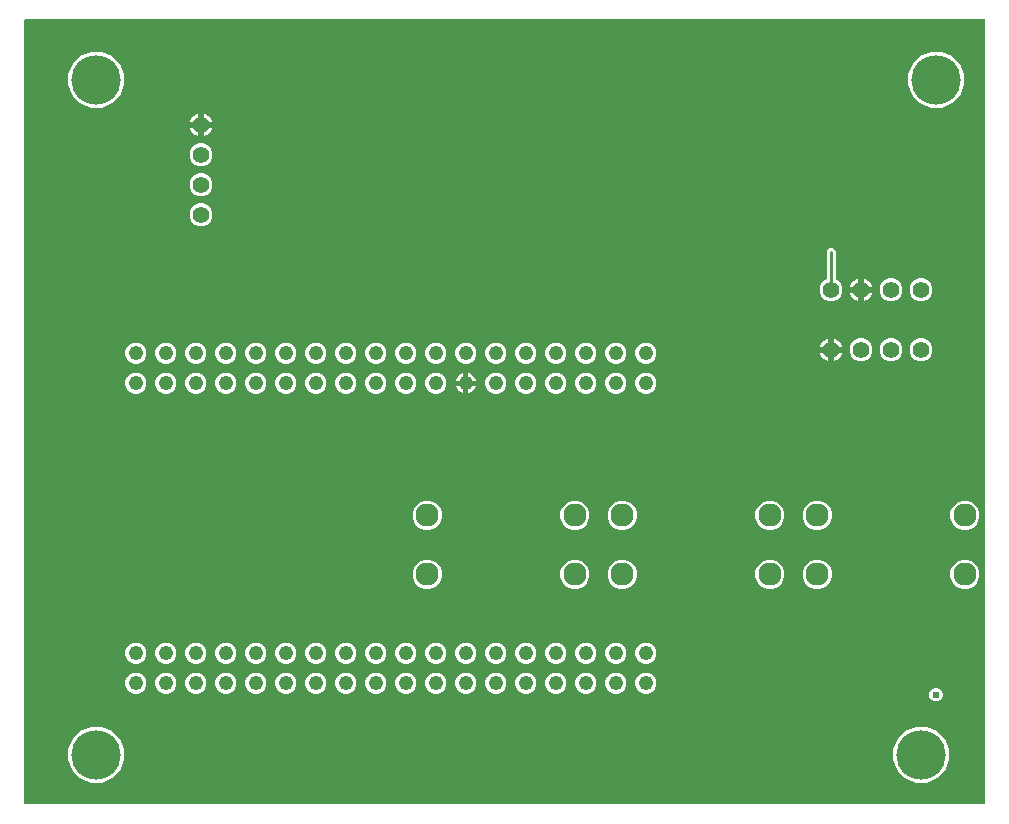
<source format=gbr>
G04 EAGLE Gerber RS-274X export*
G75*
%MOMM*%
%FSLAX34Y34*%
%LPD*%
%INCopper Layer 15*%
%IPPOS*%
%AMOC8*
5,1,8,0,0,1.08239X$1,22.5*%
G01*
%ADD10C,4.191000*%
%ADD11C,1.960000*%
%ADD12C,1.244600*%
%ADD13C,1.422400*%
%ADD14C,0.609600*%
%ADD15C,0.254000*%

G36*
X815258Y2556D02*
X815258Y2556D01*
X815377Y2563D01*
X815415Y2576D01*
X815456Y2581D01*
X815566Y2624D01*
X815679Y2661D01*
X815714Y2683D01*
X815751Y2698D01*
X815847Y2767D01*
X815948Y2831D01*
X815976Y2861D01*
X816009Y2884D01*
X816085Y2976D01*
X816166Y3063D01*
X816186Y3098D01*
X816211Y3129D01*
X816262Y3237D01*
X816320Y3341D01*
X816330Y3381D01*
X816347Y3417D01*
X816369Y3534D01*
X816399Y3649D01*
X816403Y3709D01*
X816407Y3729D01*
X816405Y3750D01*
X816409Y3810D01*
X816409Y665990D01*
X816394Y666108D01*
X816387Y666227D01*
X816374Y666265D01*
X816369Y666306D01*
X816326Y666416D01*
X816289Y666529D01*
X816267Y666564D01*
X816252Y666601D01*
X816183Y666697D01*
X816119Y666798D01*
X816089Y666826D01*
X816066Y666859D01*
X815974Y666935D01*
X815887Y667016D01*
X815852Y667036D01*
X815821Y667061D01*
X815713Y667112D01*
X815609Y667170D01*
X815569Y667180D01*
X815533Y667197D01*
X815416Y667219D01*
X815301Y667249D01*
X815241Y667253D01*
X815221Y667257D01*
X815200Y667255D01*
X815140Y667259D01*
X3810Y667259D01*
X3692Y667244D01*
X3573Y667237D01*
X3535Y667224D01*
X3494Y667219D01*
X3384Y667176D01*
X3271Y667139D01*
X3236Y667117D01*
X3199Y667102D01*
X3103Y667033D01*
X3002Y666969D01*
X2974Y666939D01*
X2941Y666916D01*
X2865Y666824D01*
X2784Y666737D01*
X2764Y666702D01*
X2739Y666671D01*
X2688Y666563D01*
X2630Y666459D01*
X2620Y666419D01*
X2603Y666383D01*
X2581Y666266D01*
X2551Y666151D01*
X2547Y666091D01*
X2543Y666071D01*
X2545Y666050D01*
X2541Y665990D01*
X2541Y3810D01*
X2556Y3692D01*
X2563Y3573D01*
X2576Y3535D01*
X2581Y3494D01*
X2624Y3384D01*
X2661Y3271D01*
X2683Y3236D01*
X2698Y3199D01*
X2767Y3103D01*
X2831Y3002D01*
X2861Y2974D01*
X2884Y2941D01*
X2976Y2865D01*
X3063Y2784D01*
X3098Y2764D01*
X3129Y2739D01*
X3237Y2688D01*
X3341Y2630D01*
X3381Y2620D01*
X3417Y2603D01*
X3534Y2581D01*
X3649Y2551D01*
X3709Y2547D01*
X3729Y2543D01*
X3750Y2545D01*
X3810Y2541D01*
X815140Y2541D01*
X815258Y2556D01*
G37*
%LPC*%
G36*
X770026Y592454D02*
X770026Y592454D01*
X761391Y596031D01*
X754781Y602641D01*
X751204Y611276D01*
X751204Y620624D01*
X754781Y629259D01*
X761391Y635869D01*
X770026Y639446D01*
X779374Y639446D01*
X788009Y635869D01*
X794619Y629259D01*
X798196Y620624D01*
X798196Y611276D01*
X794619Y602641D01*
X788009Y596031D01*
X779374Y592454D01*
X770026Y592454D01*
G37*
%LPD*%
%LPC*%
G36*
X58826Y592454D02*
X58826Y592454D01*
X50191Y596031D01*
X43581Y602641D01*
X40004Y611276D01*
X40004Y620624D01*
X43581Y629259D01*
X50191Y635869D01*
X58826Y639446D01*
X68174Y639446D01*
X76809Y635869D01*
X83419Y629259D01*
X86996Y620624D01*
X86996Y611276D01*
X83419Y602641D01*
X76809Y596031D01*
X68174Y592454D01*
X58826Y592454D01*
G37*
%LPD*%
%LPC*%
G36*
X757326Y20954D02*
X757326Y20954D01*
X748691Y24531D01*
X742081Y31141D01*
X738504Y39776D01*
X738504Y49124D01*
X742081Y57759D01*
X748691Y64369D01*
X757326Y67946D01*
X766674Y67946D01*
X775309Y64369D01*
X781919Y57759D01*
X785496Y49124D01*
X785496Y39776D01*
X781919Y31141D01*
X775309Y24531D01*
X766674Y20954D01*
X757326Y20954D01*
G37*
%LPD*%
%LPC*%
G36*
X58826Y20954D02*
X58826Y20954D01*
X50191Y24531D01*
X43581Y31141D01*
X40004Y39776D01*
X40004Y49124D01*
X43581Y57759D01*
X50191Y64369D01*
X58826Y67946D01*
X68174Y67946D01*
X76809Y64369D01*
X83419Y57759D01*
X86996Y49124D01*
X86996Y39776D01*
X83419Y31141D01*
X76809Y24531D01*
X68174Y20954D01*
X58826Y20954D01*
G37*
%LPD*%
%LPC*%
G36*
X683880Y428497D02*
X683880Y428497D01*
X680332Y429967D01*
X677617Y432682D01*
X676147Y436230D01*
X676147Y440070D01*
X677617Y443618D01*
X680332Y446333D01*
X681206Y446695D01*
X681231Y446710D01*
X681259Y446719D01*
X681369Y446788D01*
X681482Y446853D01*
X681503Y446873D01*
X681528Y446889D01*
X681617Y446983D01*
X681710Y447074D01*
X681726Y447099D01*
X681746Y447121D01*
X681809Y447234D01*
X681877Y447345D01*
X681885Y447373D01*
X681900Y447399D01*
X681932Y447525D01*
X681970Y447649D01*
X681972Y447678D01*
X681979Y447707D01*
X681989Y447868D01*
X681989Y471478D01*
X684222Y473711D01*
X687378Y473711D01*
X689611Y471478D01*
X689611Y447868D01*
X689614Y447838D01*
X689612Y447809D01*
X689634Y447681D01*
X689651Y447552D01*
X689661Y447525D01*
X689666Y447496D01*
X689720Y447377D01*
X689768Y447256D01*
X689785Y447233D01*
X689797Y447206D01*
X689878Y447104D01*
X689954Y446999D01*
X689977Y446980D01*
X689996Y446957D01*
X690099Y446879D01*
X690199Y446796D01*
X690226Y446784D01*
X690250Y446766D01*
X690394Y446695D01*
X691268Y446333D01*
X693983Y443618D01*
X695453Y440070D01*
X695453Y436230D01*
X693983Y432682D01*
X691268Y429967D01*
X687720Y428497D01*
X683880Y428497D01*
G37*
%LPD*%
%LPC*%
G36*
X631545Y234909D02*
X631545Y234909D01*
X627010Y236788D01*
X623538Y240260D01*
X621659Y244795D01*
X621659Y249705D01*
X623538Y254240D01*
X627010Y257712D01*
X631545Y259591D01*
X636455Y259591D01*
X640990Y257712D01*
X644462Y254240D01*
X646341Y249705D01*
X646341Y244795D01*
X644462Y240260D01*
X640990Y236788D01*
X636455Y234909D01*
X631545Y234909D01*
G37*
%LPD*%
%LPC*%
G36*
X341445Y184909D02*
X341445Y184909D01*
X336910Y186788D01*
X333438Y190260D01*
X331559Y194795D01*
X331559Y199705D01*
X333438Y204240D01*
X336910Y207712D01*
X341445Y209591D01*
X346355Y209591D01*
X350890Y207712D01*
X354362Y204240D01*
X356241Y199705D01*
X356241Y194795D01*
X354362Y190260D01*
X350890Y186788D01*
X346355Y184909D01*
X341445Y184909D01*
G37*
%LPD*%
%LPC*%
G36*
X466445Y184909D02*
X466445Y184909D01*
X461910Y186788D01*
X458438Y190260D01*
X456559Y194795D01*
X456559Y199705D01*
X458438Y204240D01*
X461910Y207712D01*
X466445Y209591D01*
X471355Y209591D01*
X475890Y207712D01*
X479362Y204240D01*
X481241Y199705D01*
X481241Y194795D01*
X479362Y190260D01*
X475890Y186788D01*
X471355Y184909D01*
X466445Y184909D01*
G37*
%LPD*%
%LPC*%
G36*
X671645Y234909D02*
X671645Y234909D01*
X667110Y236788D01*
X663638Y240260D01*
X661759Y244795D01*
X661759Y249705D01*
X663638Y254240D01*
X667110Y257712D01*
X671645Y259591D01*
X676555Y259591D01*
X681090Y257712D01*
X684562Y254240D01*
X686441Y249705D01*
X686441Y244795D01*
X684562Y240260D01*
X681090Y236788D01*
X676555Y234909D01*
X671645Y234909D01*
G37*
%LPD*%
%LPC*%
G36*
X671645Y184909D02*
X671645Y184909D01*
X667110Y186788D01*
X663638Y190260D01*
X661759Y194795D01*
X661759Y199705D01*
X663638Y204240D01*
X667110Y207712D01*
X671645Y209591D01*
X676555Y209591D01*
X681090Y207712D01*
X684562Y204240D01*
X686441Y199705D01*
X686441Y194795D01*
X684562Y190260D01*
X681090Y186788D01*
X676555Y184909D01*
X671645Y184909D01*
G37*
%LPD*%
%LPC*%
G36*
X796645Y184909D02*
X796645Y184909D01*
X792110Y186788D01*
X788638Y190260D01*
X786759Y194795D01*
X786759Y199705D01*
X788638Y204240D01*
X792110Y207712D01*
X796645Y209591D01*
X801555Y209591D01*
X806090Y207712D01*
X809562Y204240D01*
X811441Y199705D01*
X811441Y194795D01*
X809562Y190260D01*
X806090Y186788D01*
X801555Y184909D01*
X796645Y184909D01*
G37*
%LPD*%
%LPC*%
G36*
X506545Y184909D02*
X506545Y184909D01*
X502010Y186788D01*
X498538Y190260D01*
X496659Y194795D01*
X496659Y199705D01*
X498538Y204240D01*
X502010Y207712D01*
X506545Y209591D01*
X511455Y209591D01*
X515990Y207712D01*
X519462Y204240D01*
X521341Y199705D01*
X521341Y194795D01*
X519462Y190260D01*
X515990Y186788D01*
X511455Y184909D01*
X506545Y184909D01*
G37*
%LPD*%
%LPC*%
G36*
X341445Y234909D02*
X341445Y234909D01*
X336910Y236788D01*
X333438Y240260D01*
X331559Y244795D01*
X331559Y249705D01*
X333438Y254240D01*
X336910Y257712D01*
X341445Y259591D01*
X346355Y259591D01*
X350890Y257712D01*
X354362Y254240D01*
X356241Y249705D01*
X356241Y244795D01*
X354362Y240260D01*
X350890Y236788D01*
X346355Y234909D01*
X341445Y234909D01*
G37*
%LPD*%
%LPC*%
G36*
X466445Y234909D02*
X466445Y234909D01*
X461910Y236788D01*
X458438Y240260D01*
X456559Y244795D01*
X456559Y249705D01*
X458438Y254240D01*
X461910Y257712D01*
X466445Y259591D01*
X471355Y259591D01*
X475890Y257712D01*
X479362Y254240D01*
X481241Y249705D01*
X481241Y244795D01*
X479362Y240260D01*
X475890Y236788D01*
X471355Y234909D01*
X466445Y234909D01*
G37*
%LPD*%
%LPC*%
G36*
X506545Y234909D02*
X506545Y234909D01*
X502010Y236788D01*
X498538Y240260D01*
X496659Y244795D01*
X496659Y249705D01*
X498538Y254240D01*
X502010Y257712D01*
X506545Y259591D01*
X511455Y259591D01*
X515990Y257712D01*
X519462Y254240D01*
X521341Y249705D01*
X521341Y244795D01*
X519462Y240260D01*
X515990Y236788D01*
X511455Y234909D01*
X506545Y234909D01*
G37*
%LPD*%
%LPC*%
G36*
X796645Y234909D02*
X796645Y234909D01*
X792110Y236788D01*
X788638Y240260D01*
X786759Y244795D01*
X786759Y249705D01*
X788638Y254240D01*
X792110Y257712D01*
X796645Y259591D01*
X801555Y259591D01*
X806090Y257712D01*
X809562Y254240D01*
X811441Y249705D01*
X811441Y244795D01*
X809562Y240260D01*
X806090Y236788D01*
X801555Y234909D01*
X796645Y234909D01*
G37*
%LPD*%
%LPC*%
G36*
X631545Y184909D02*
X631545Y184909D01*
X627010Y186788D01*
X623538Y190260D01*
X621659Y194795D01*
X621659Y199705D01*
X623538Y204240D01*
X627010Y207712D01*
X631545Y209591D01*
X636455Y209591D01*
X640990Y207712D01*
X644462Y204240D01*
X646341Y199705D01*
X646341Y194795D01*
X644462Y190260D01*
X640990Y186788D01*
X636455Y184909D01*
X631545Y184909D01*
G37*
%LPD*%
%LPC*%
G36*
X150480Y542797D02*
X150480Y542797D01*
X146932Y544267D01*
X144217Y546982D01*
X142747Y550530D01*
X142747Y554370D01*
X144217Y557918D01*
X146932Y560633D01*
X150480Y562103D01*
X154320Y562103D01*
X157868Y560633D01*
X160583Y557918D01*
X162053Y554370D01*
X162053Y550530D01*
X160583Y546982D01*
X157868Y544267D01*
X154320Y542797D01*
X150480Y542797D01*
G37*
%LPD*%
%LPC*%
G36*
X150480Y517397D02*
X150480Y517397D01*
X146932Y518867D01*
X144217Y521582D01*
X142747Y525130D01*
X142747Y528970D01*
X144217Y532518D01*
X146932Y535233D01*
X150480Y536703D01*
X154320Y536703D01*
X157868Y535233D01*
X160583Y532518D01*
X162053Y528970D01*
X162053Y525130D01*
X160583Y521582D01*
X157868Y518867D01*
X154320Y517397D01*
X150480Y517397D01*
G37*
%LPD*%
%LPC*%
G36*
X150480Y491997D02*
X150480Y491997D01*
X146932Y493467D01*
X144217Y496182D01*
X142747Y499730D01*
X142747Y503570D01*
X144217Y507118D01*
X146932Y509833D01*
X150480Y511303D01*
X154320Y511303D01*
X157868Y509833D01*
X160583Y507118D01*
X162053Y503570D01*
X162053Y499730D01*
X160583Y496182D01*
X157868Y493467D01*
X154320Y491997D01*
X150480Y491997D01*
G37*
%LPD*%
%LPC*%
G36*
X760080Y428497D02*
X760080Y428497D01*
X756532Y429967D01*
X753817Y432682D01*
X752347Y436230D01*
X752347Y440070D01*
X753817Y443618D01*
X756532Y446333D01*
X760080Y447803D01*
X763920Y447803D01*
X767468Y446333D01*
X770183Y443618D01*
X771653Y440070D01*
X771653Y436230D01*
X770183Y432682D01*
X767468Y429967D01*
X763920Y428497D01*
X760080Y428497D01*
G37*
%LPD*%
%LPC*%
G36*
X734680Y428497D02*
X734680Y428497D01*
X731132Y429967D01*
X728417Y432682D01*
X726947Y436230D01*
X726947Y440070D01*
X728417Y443618D01*
X731132Y446333D01*
X734680Y447803D01*
X738520Y447803D01*
X742068Y446333D01*
X744783Y443618D01*
X746253Y440070D01*
X746253Y436230D01*
X744783Y432682D01*
X742068Y429967D01*
X738520Y428497D01*
X734680Y428497D01*
G37*
%LPD*%
%LPC*%
G36*
X734680Y377697D02*
X734680Y377697D01*
X731132Y379167D01*
X728417Y381882D01*
X726947Y385430D01*
X726947Y389270D01*
X728417Y392818D01*
X731132Y395533D01*
X734680Y397003D01*
X738520Y397003D01*
X742068Y395533D01*
X744783Y392818D01*
X746253Y389270D01*
X746253Y385430D01*
X744783Y381882D01*
X742068Y379167D01*
X738520Y377697D01*
X734680Y377697D01*
G37*
%LPD*%
%LPC*%
G36*
X709280Y377697D02*
X709280Y377697D01*
X705732Y379167D01*
X703017Y381882D01*
X701547Y385430D01*
X701547Y389270D01*
X703017Y392818D01*
X705732Y395533D01*
X709280Y397003D01*
X713120Y397003D01*
X716668Y395533D01*
X719383Y392818D01*
X720853Y389270D01*
X720853Y385430D01*
X719383Y381882D01*
X716668Y379167D01*
X713120Y377697D01*
X709280Y377697D01*
G37*
%LPD*%
%LPC*%
G36*
X760080Y377697D02*
X760080Y377697D01*
X756532Y379167D01*
X753817Y381882D01*
X752347Y385430D01*
X752347Y389270D01*
X753817Y392818D01*
X756532Y395533D01*
X760080Y397003D01*
X763920Y397003D01*
X767468Y395533D01*
X770183Y392818D01*
X771653Y389270D01*
X771653Y385430D01*
X770183Y381882D01*
X767468Y379167D01*
X763920Y377697D01*
X760080Y377697D01*
G37*
%LPD*%
%LPC*%
G36*
X374857Y96386D02*
X374857Y96386D01*
X371636Y97720D01*
X369170Y100186D01*
X367836Y103407D01*
X367836Y106893D01*
X369170Y110114D01*
X371636Y112580D01*
X374857Y113914D01*
X378343Y113914D01*
X381564Y112580D01*
X384030Y110114D01*
X385364Y106893D01*
X385364Y103407D01*
X384030Y100186D01*
X381564Y97720D01*
X378343Y96386D01*
X374857Y96386D01*
G37*
%LPD*%
%LPC*%
G36*
X425657Y375786D02*
X425657Y375786D01*
X422436Y377120D01*
X419970Y379586D01*
X418636Y382807D01*
X418636Y386293D01*
X419970Y389514D01*
X422436Y391980D01*
X425657Y393314D01*
X429143Y393314D01*
X432364Y391980D01*
X434830Y389514D01*
X436164Y386293D01*
X436164Y382807D01*
X434830Y379586D01*
X432364Y377120D01*
X429143Y375786D01*
X425657Y375786D01*
G37*
%LPD*%
%LPC*%
G36*
X527257Y375786D02*
X527257Y375786D01*
X524036Y377120D01*
X521570Y379586D01*
X520236Y382807D01*
X520236Y386293D01*
X521570Y389514D01*
X524036Y391980D01*
X527257Y393314D01*
X530743Y393314D01*
X533964Y391980D01*
X536430Y389514D01*
X537764Y386293D01*
X537764Y382807D01*
X536430Y379586D01*
X533964Y377120D01*
X530743Y375786D01*
X527257Y375786D01*
G37*
%LPD*%
%LPC*%
G36*
X501857Y375786D02*
X501857Y375786D01*
X498636Y377120D01*
X496170Y379586D01*
X494836Y382807D01*
X494836Y386293D01*
X496170Y389514D01*
X498636Y391980D01*
X501857Y393314D01*
X505343Y393314D01*
X508564Y391980D01*
X511030Y389514D01*
X512364Y386293D01*
X512364Y382807D01*
X511030Y379586D01*
X508564Y377120D01*
X505343Y375786D01*
X501857Y375786D01*
G37*
%LPD*%
%LPC*%
G36*
X476457Y375786D02*
X476457Y375786D01*
X473236Y377120D01*
X470770Y379586D01*
X469436Y382807D01*
X469436Y386293D01*
X470770Y389514D01*
X473236Y391980D01*
X476457Y393314D01*
X479943Y393314D01*
X483164Y391980D01*
X485630Y389514D01*
X486964Y386293D01*
X486964Y382807D01*
X485630Y379586D01*
X483164Y377120D01*
X479943Y375786D01*
X476457Y375786D01*
G37*
%LPD*%
%LPC*%
G36*
X451057Y375786D02*
X451057Y375786D01*
X447836Y377120D01*
X445370Y379586D01*
X444036Y382807D01*
X444036Y386293D01*
X445370Y389514D01*
X447836Y391980D01*
X451057Y393314D01*
X454543Y393314D01*
X457764Y391980D01*
X460230Y389514D01*
X461564Y386293D01*
X461564Y382807D01*
X460230Y379586D01*
X457764Y377120D01*
X454543Y375786D01*
X451057Y375786D01*
G37*
%LPD*%
%LPC*%
G36*
X400257Y375786D02*
X400257Y375786D01*
X397036Y377120D01*
X394570Y379586D01*
X393236Y382807D01*
X393236Y386293D01*
X394570Y389514D01*
X397036Y391980D01*
X400257Y393314D01*
X403743Y393314D01*
X406964Y391980D01*
X409430Y389514D01*
X410764Y386293D01*
X410764Y382807D01*
X409430Y379586D01*
X406964Y377120D01*
X403743Y375786D01*
X400257Y375786D01*
G37*
%LPD*%
%LPC*%
G36*
X374857Y375786D02*
X374857Y375786D01*
X371636Y377120D01*
X369170Y379586D01*
X367836Y382807D01*
X367836Y386293D01*
X369170Y389514D01*
X371636Y391980D01*
X374857Y393314D01*
X378343Y393314D01*
X381564Y391980D01*
X384030Y389514D01*
X385364Y386293D01*
X385364Y382807D01*
X384030Y379586D01*
X381564Y377120D01*
X378343Y375786D01*
X374857Y375786D01*
G37*
%LPD*%
%LPC*%
G36*
X349457Y375786D02*
X349457Y375786D01*
X346236Y377120D01*
X343770Y379586D01*
X342436Y382807D01*
X342436Y386293D01*
X343770Y389514D01*
X346236Y391980D01*
X349457Y393314D01*
X352943Y393314D01*
X356164Y391980D01*
X358630Y389514D01*
X359964Y386293D01*
X359964Y382807D01*
X358630Y379586D01*
X356164Y377120D01*
X352943Y375786D01*
X349457Y375786D01*
G37*
%LPD*%
%LPC*%
G36*
X324057Y375786D02*
X324057Y375786D01*
X320836Y377120D01*
X318370Y379586D01*
X317036Y382807D01*
X317036Y386293D01*
X318370Y389514D01*
X320836Y391980D01*
X324057Y393314D01*
X327543Y393314D01*
X330764Y391980D01*
X333230Y389514D01*
X334564Y386293D01*
X334564Y382807D01*
X333230Y379586D01*
X330764Y377120D01*
X327543Y375786D01*
X324057Y375786D01*
G37*
%LPD*%
%LPC*%
G36*
X298657Y375786D02*
X298657Y375786D01*
X295436Y377120D01*
X292970Y379586D01*
X291636Y382807D01*
X291636Y386293D01*
X292970Y389514D01*
X295436Y391980D01*
X298657Y393314D01*
X302143Y393314D01*
X305364Y391980D01*
X307830Y389514D01*
X309164Y386293D01*
X309164Y382807D01*
X307830Y379586D01*
X305364Y377120D01*
X302143Y375786D01*
X298657Y375786D01*
G37*
%LPD*%
%LPC*%
G36*
X273257Y375786D02*
X273257Y375786D01*
X270036Y377120D01*
X267570Y379586D01*
X266236Y382807D01*
X266236Y386293D01*
X267570Y389514D01*
X270036Y391980D01*
X273257Y393314D01*
X276743Y393314D01*
X279964Y391980D01*
X282430Y389514D01*
X283764Y386293D01*
X283764Y382807D01*
X282430Y379586D01*
X279964Y377120D01*
X276743Y375786D01*
X273257Y375786D01*
G37*
%LPD*%
%LPC*%
G36*
X247857Y375786D02*
X247857Y375786D01*
X244636Y377120D01*
X242170Y379586D01*
X240836Y382807D01*
X240836Y386293D01*
X242170Y389514D01*
X244636Y391980D01*
X247857Y393314D01*
X251343Y393314D01*
X254564Y391980D01*
X257030Y389514D01*
X258364Y386293D01*
X258364Y382807D01*
X257030Y379586D01*
X254564Y377120D01*
X251343Y375786D01*
X247857Y375786D01*
G37*
%LPD*%
%LPC*%
G36*
X222457Y375786D02*
X222457Y375786D01*
X219236Y377120D01*
X216770Y379586D01*
X215436Y382807D01*
X215436Y386293D01*
X216770Y389514D01*
X219236Y391980D01*
X222457Y393314D01*
X225943Y393314D01*
X229164Y391980D01*
X231630Y389514D01*
X232964Y386293D01*
X232964Y382807D01*
X231630Y379586D01*
X229164Y377120D01*
X225943Y375786D01*
X222457Y375786D01*
G37*
%LPD*%
%LPC*%
G36*
X197057Y375786D02*
X197057Y375786D01*
X193836Y377120D01*
X191370Y379586D01*
X190036Y382807D01*
X190036Y386293D01*
X191370Y389514D01*
X193836Y391980D01*
X197057Y393314D01*
X200543Y393314D01*
X203764Y391980D01*
X206230Y389514D01*
X207564Y386293D01*
X207564Y382807D01*
X206230Y379586D01*
X203764Y377120D01*
X200543Y375786D01*
X197057Y375786D01*
G37*
%LPD*%
%LPC*%
G36*
X171657Y375786D02*
X171657Y375786D01*
X168436Y377120D01*
X165970Y379586D01*
X164636Y382807D01*
X164636Y386293D01*
X165970Y389514D01*
X168436Y391980D01*
X171657Y393314D01*
X175143Y393314D01*
X178364Y391980D01*
X180830Y389514D01*
X182164Y386293D01*
X182164Y382807D01*
X180830Y379586D01*
X178364Y377120D01*
X175143Y375786D01*
X171657Y375786D01*
G37*
%LPD*%
%LPC*%
G36*
X146257Y375786D02*
X146257Y375786D01*
X143036Y377120D01*
X140570Y379586D01*
X139236Y382807D01*
X139236Y386293D01*
X140570Y389514D01*
X143036Y391980D01*
X146257Y393314D01*
X149743Y393314D01*
X152964Y391980D01*
X155430Y389514D01*
X156764Y386293D01*
X156764Y382807D01*
X155430Y379586D01*
X152964Y377120D01*
X149743Y375786D01*
X146257Y375786D01*
G37*
%LPD*%
%LPC*%
G36*
X120857Y375786D02*
X120857Y375786D01*
X117636Y377120D01*
X115170Y379586D01*
X113836Y382807D01*
X113836Y386293D01*
X115170Y389514D01*
X117636Y391980D01*
X120857Y393314D01*
X124343Y393314D01*
X127564Y391980D01*
X130030Y389514D01*
X131364Y386293D01*
X131364Y382807D01*
X130030Y379586D01*
X127564Y377120D01*
X124343Y375786D01*
X120857Y375786D01*
G37*
%LPD*%
%LPC*%
G36*
X95457Y375786D02*
X95457Y375786D01*
X92236Y377120D01*
X89770Y379586D01*
X88436Y382807D01*
X88436Y386293D01*
X89770Y389514D01*
X92236Y391980D01*
X95457Y393314D01*
X98943Y393314D01*
X102164Y391980D01*
X104630Y389514D01*
X105964Y386293D01*
X105964Y382807D01*
X104630Y379586D01*
X102164Y377120D01*
X98943Y375786D01*
X95457Y375786D01*
G37*
%LPD*%
%LPC*%
G36*
X120857Y350386D02*
X120857Y350386D01*
X117636Y351720D01*
X115170Y354186D01*
X113836Y357407D01*
X113836Y360893D01*
X115170Y364114D01*
X117636Y366580D01*
X120857Y367914D01*
X124343Y367914D01*
X127564Y366580D01*
X130030Y364114D01*
X131364Y360893D01*
X131364Y357407D01*
X130030Y354186D01*
X127564Y351720D01*
X124343Y350386D01*
X120857Y350386D01*
G37*
%LPD*%
%LPC*%
G36*
X95457Y350386D02*
X95457Y350386D01*
X92236Y351720D01*
X89770Y354186D01*
X88436Y357407D01*
X88436Y360893D01*
X89770Y364114D01*
X92236Y366580D01*
X95457Y367914D01*
X98943Y367914D01*
X102164Y366580D01*
X104630Y364114D01*
X105964Y360893D01*
X105964Y357407D01*
X104630Y354186D01*
X102164Y351720D01*
X98943Y350386D01*
X95457Y350386D01*
G37*
%LPD*%
%LPC*%
G36*
X527257Y350386D02*
X527257Y350386D01*
X524036Y351720D01*
X521570Y354186D01*
X520236Y357407D01*
X520236Y360893D01*
X521570Y364114D01*
X524036Y366580D01*
X527257Y367914D01*
X530743Y367914D01*
X533964Y366580D01*
X536430Y364114D01*
X537764Y360893D01*
X537764Y357407D01*
X536430Y354186D01*
X533964Y351720D01*
X530743Y350386D01*
X527257Y350386D01*
G37*
%LPD*%
%LPC*%
G36*
X501857Y350386D02*
X501857Y350386D01*
X498636Y351720D01*
X496170Y354186D01*
X494836Y357407D01*
X494836Y360893D01*
X496170Y364114D01*
X498636Y366580D01*
X501857Y367914D01*
X505343Y367914D01*
X508564Y366580D01*
X511030Y364114D01*
X512364Y360893D01*
X512364Y357407D01*
X511030Y354186D01*
X508564Y351720D01*
X505343Y350386D01*
X501857Y350386D01*
G37*
%LPD*%
%LPC*%
G36*
X476457Y350386D02*
X476457Y350386D01*
X473236Y351720D01*
X470770Y354186D01*
X469436Y357407D01*
X469436Y360893D01*
X470770Y364114D01*
X473236Y366580D01*
X476457Y367914D01*
X479943Y367914D01*
X483164Y366580D01*
X485630Y364114D01*
X486964Y360893D01*
X486964Y357407D01*
X485630Y354186D01*
X483164Y351720D01*
X479943Y350386D01*
X476457Y350386D01*
G37*
%LPD*%
%LPC*%
G36*
X451057Y350386D02*
X451057Y350386D01*
X447836Y351720D01*
X445370Y354186D01*
X444036Y357407D01*
X444036Y360893D01*
X445370Y364114D01*
X447836Y366580D01*
X451057Y367914D01*
X454543Y367914D01*
X457764Y366580D01*
X460230Y364114D01*
X461564Y360893D01*
X461564Y357407D01*
X460230Y354186D01*
X457764Y351720D01*
X454543Y350386D01*
X451057Y350386D01*
G37*
%LPD*%
%LPC*%
G36*
X425657Y350386D02*
X425657Y350386D01*
X422436Y351720D01*
X419970Y354186D01*
X418636Y357407D01*
X418636Y360893D01*
X419970Y364114D01*
X422436Y366580D01*
X425657Y367914D01*
X429143Y367914D01*
X432364Y366580D01*
X434830Y364114D01*
X436164Y360893D01*
X436164Y357407D01*
X434830Y354186D01*
X432364Y351720D01*
X429143Y350386D01*
X425657Y350386D01*
G37*
%LPD*%
%LPC*%
G36*
X400257Y350386D02*
X400257Y350386D01*
X397036Y351720D01*
X394570Y354186D01*
X393236Y357407D01*
X393236Y360893D01*
X394570Y364114D01*
X397036Y366580D01*
X400257Y367914D01*
X403743Y367914D01*
X406964Y366580D01*
X409430Y364114D01*
X410764Y360893D01*
X410764Y357407D01*
X409430Y354186D01*
X406964Y351720D01*
X403743Y350386D01*
X400257Y350386D01*
G37*
%LPD*%
%LPC*%
G36*
X349457Y350386D02*
X349457Y350386D01*
X346236Y351720D01*
X343770Y354186D01*
X342436Y357407D01*
X342436Y360893D01*
X343770Y364114D01*
X346236Y366580D01*
X349457Y367914D01*
X352943Y367914D01*
X356164Y366580D01*
X358630Y364114D01*
X359964Y360893D01*
X359964Y357407D01*
X358630Y354186D01*
X356164Y351720D01*
X352943Y350386D01*
X349457Y350386D01*
G37*
%LPD*%
%LPC*%
G36*
X324057Y350386D02*
X324057Y350386D01*
X320836Y351720D01*
X318370Y354186D01*
X317036Y357407D01*
X317036Y360893D01*
X318370Y364114D01*
X320836Y366580D01*
X324057Y367914D01*
X327543Y367914D01*
X330764Y366580D01*
X333230Y364114D01*
X334564Y360893D01*
X334564Y357407D01*
X333230Y354186D01*
X330764Y351720D01*
X327543Y350386D01*
X324057Y350386D01*
G37*
%LPD*%
%LPC*%
G36*
X298657Y350386D02*
X298657Y350386D01*
X295436Y351720D01*
X292970Y354186D01*
X291636Y357407D01*
X291636Y360893D01*
X292970Y364114D01*
X295436Y366580D01*
X298657Y367914D01*
X302143Y367914D01*
X305364Y366580D01*
X307830Y364114D01*
X309164Y360893D01*
X309164Y357407D01*
X307830Y354186D01*
X305364Y351720D01*
X302143Y350386D01*
X298657Y350386D01*
G37*
%LPD*%
%LPC*%
G36*
X273257Y350386D02*
X273257Y350386D01*
X270036Y351720D01*
X267570Y354186D01*
X266236Y357407D01*
X266236Y360893D01*
X267570Y364114D01*
X270036Y366580D01*
X273257Y367914D01*
X276743Y367914D01*
X279964Y366580D01*
X282430Y364114D01*
X283764Y360893D01*
X283764Y357407D01*
X282430Y354186D01*
X279964Y351720D01*
X276743Y350386D01*
X273257Y350386D01*
G37*
%LPD*%
%LPC*%
G36*
X247857Y350386D02*
X247857Y350386D01*
X244636Y351720D01*
X242170Y354186D01*
X240836Y357407D01*
X240836Y360893D01*
X242170Y364114D01*
X244636Y366580D01*
X247857Y367914D01*
X251343Y367914D01*
X254564Y366580D01*
X257030Y364114D01*
X258364Y360893D01*
X258364Y357407D01*
X257030Y354186D01*
X254564Y351720D01*
X251343Y350386D01*
X247857Y350386D01*
G37*
%LPD*%
%LPC*%
G36*
X222457Y350386D02*
X222457Y350386D01*
X219236Y351720D01*
X216770Y354186D01*
X215436Y357407D01*
X215436Y360893D01*
X216770Y364114D01*
X219236Y366580D01*
X222457Y367914D01*
X225943Y367914D01*
X229164Y366580D01*
X231630Y364114D01*
X232964Y360893D01*
X232964Y357407D01*
X231630Y354186D01*
X229164Y351720D01*
X225943Y350386D01*
X222457Y350386D01*
G37*
%LPD*%
%LPC*%
G36*
X197057Y350386D02*
X197057Y350386D01*
X193836Y351720D01*
X191370Y354186D01*
X190036Y357407D01*
X190036Y360893D01*
X191370Y364114D01*
X193836Y366580D01*
X197057Y367914D01*
X200543Y367914D01*
X203764Y366580D01*
X206230Y364114D01*
X207564Y360893D01*
X207564Y357407D01*
X206230Y354186D01*
X203764Y351720D01*
X200543Y350386D01*
X197057Y350386D01*
G37*
%LPD*%
%LPC*%
G36*
X171657Y350386D02*
X171657Y350386D01*
X168436Y351720D01*
X165970Y354186D01*
X164636Y357407D01*
X164636Y360893D01*
X165970Y364114D01*
X168436Y366580D01*
X171657Y367914D01*
X175143Y367914D01*
X178364Y366580D01*
X180830Y364114D01*
X182164Y360893D01*
X182164Y357407D01*
X180830Y354186D01*
X178364Y351720D01*
X175143Y350386D01*
X171657Y350386D01*
G37*
%LPD*%
%LPC*%
G36*
X146257Y350386D02*
X146257Y350386D01*
X143036Y351720D01*
X140570Y354186D01*
X139236Y357407D01*
X139236Y360893D01*
X140570Y364114D01*
X143036Y366580D01*
X146257Y367914D01*
X149743Y367914D01*
X152964Y366580D01*
X155430Y364114D01*
X156764Y360893D01*
X156764Y357407D01*
X155430Y354186D01*
X152964Y351720D01*
X149743Y350386D01*
X146257Y350386D01*
G37*
%LPD*%
%LPC*%
G36*
X120857Y121786D02*
X120857Y121786D01*
X117636Y123120D01*
X115170Y125586D01*
X113836Y128807D01*
X113836Y132293D01*
X115170Y135514D01*
X117636Y137980D01*
X120857Y139314D01*
X124343Y139314D01*
X127564Y137980D01*
X130030Y135514D01*
X131364Y132293D01*
X131364Y128807D01*
X130030Y125586D01*
X127564Y123120D01*
X124343Y121786D01*
X120857Y121786D01*
G37*
%LPD*%
%LPC*%
G36*
X95457Y121786D02*
X95457Y121786D01*
X92236Y123120D01*
X89770Y125586D01*
X88436Y128807D01*
X88436Y132293D01*
X89770Y135514D01*
X92236Y137980D01*
X95457Y139314D01*
X98943Y139314D01*
X102164Y137980D01*
X104630Y135514D01*
X105964Y132293D01*
X105964Y128807D01*
X104630Y125586D01*
X102164Y123120D01*
X98943Y121786D01*
X95457Y121786D01*
G37*
%LPD*%
%LPC*%
G36*
X527257Y121786D02*
X527257Y121786D01*
X524036Y123120D01*
X521570Y125586D01*
X520236Y128807D01*
X520236Y132293D01*
X521570Y135514D01*
X524036Y137980D01*
X527257Y139314D01*
X530743Y139314D01*
X533964Y137980D01*
X536430Y135514D01*
X537764Y132293D01*
X537764Y128807D01*
X536430Y125586D01*
X533964Y123120D01*
X530743Y121786D01*
X527257Y121786D01*
G37*
%LPD*%
%LPC*%
G36*
X501857Y121786D02*
X501857Y121786D01*
X498636Y123120D01*
X496170Y125586D01*
X494836Y128807D01*
X494836Y132293D01*
X496170Y135514D01*
X498636Y137980D01*
X501857Y139314D01*
X505343Y139314D01*
X508564Y137980D01*
X511030Y135514D01*
X512364Y132293D01*
X512364Y128807D01*
X511030Y125586D01*
X508564Y123120D01*
X505343Y121786D01*
X501857Y121786D01*
G37*
%LPD*%
%LPC*%
G36*
X476457Y121786D02*
X476457Y121786D01*
X473236Y123120D01*
X470770Y125586D01*
X469436Y128807D01*
X469436Y132293D01*
X470770Y135514D01*
X473236Y137980D01*
X476457Y139314D01*
X479943Y139314D01*
X483164Y137980D01*
X485630Y135514D01*
X486964Y132293D01*
X486964Y128807D01*
X485630Y125586D01*
X483164Y123120D01*
X479943Y121786D01*
X476457Y121786D01*
G37*
%LPD*%
%LPC*%
G36*
X451057Y121786D02*
X451057Y121786D01*
X447836Y123120D01*
X445370Y125586D01*
X444036Y128807D01*
X444036Y132293D01*
X445370Y135514D01*
X447836Y137980D01*
X451057Y139314D01*
X454543Y139314D01*
X457764Y137980D01*
X460230Y135514D01*
X461564Y132293D01*
X461564Y128807D01*
X460230Y125586D01*
X457764Y123120D01*
X454543Y121786D01*
X451057Y121786D01*
G37*
%LPD*%
%LPC*%
G36*
X425657Y121786D02*
X425657Y121786D01*
X422436Y123120D01*
X419970Y125586D01*
X418636Y128807D01*
X418636Y132293D01*
X419970Y135514D01*
X422436Y137980D01*
X425657Y139314D01*
X429143Y139314D01*
X432364Y137980D01*
X434830Y135514D01*
X436164Y132293D01*
X436164Y128807D01*
X434830Y125586D01*
X432364Y123120D01*
X429143Y121786D01*
X425657Y121786D01*
G37*
%LPD*%
%LPC*%
G36*
X400257Y121786D02*
X400257Y121786D01*
X397036Y123120D01*
X394570Y125586D01*
X393236Y128807D01*
X393236Y132293D01*
X394570Y135514D01*
X397036Y137980D01*
X400257Y139314D01*
X403743Y139314D01*
X406964Y137980D01*
X409430Y135514D01*
X410764Y132293D01*
X410764Y128807D01*
X409430Y125586D01*
X406964Y123120D01*
X403743Y121786D01*
X400257Y121786D01*
G37*
%LPD*%
%LPC*%
G36*
X374857Y121786D02*
X374857Y121786D01*
X371636Y123120D01*
X369170Y125586D01*
X367836Y128807D01*
X367836Y132293D01*
X369170Y135514D01*
X371636Y137980D01*
X374857Y139314D01*
X378343Y139314D01*
X381564Y137980D01*
X384030Y135514D01*
X385364Y132293D01*
X385364Y128807D01*
X384030Y125586D01*
X381564Y123120D01*
X378343Y121786D01*
X374857Y121786D01*
G37*
%LPD*%
%LPC*%
G36*
X349457Y121786D02*
X349457Y121786D01*
X346236Y123120D01*
X343770Y125586D01*
X342436Y128807D01*
X342436Y132293D01*
X343770Y135514D01*
X346236Y137980D01*
X349457Y139314D01*
X352943Y139314D01*
X356164Y137980D01*
X358630Y135514D01*
X359964Y132293D01*
X359964Y128807D01*
X358630Y125586D01*
X356164Y123120D01*
X352943Y121786D01*
X349457Y121786D01*
G37*
%LPD*%
%LPC*%
G36*
X298657Y121786D02*
X298657Y121786D01*
X295436Y123120D01*
X292970Y125586D01*
X291636Y128807D01*
X291636Y132293D01*
X292970Y135514D01*
X295436Y137980D01*
X298657Y139314D01*
X302143Y139314D01*
X305364Y137980D01*
X307830Y135514D01*
X309164Y132293D01*
X309164Y128807D01*
X307830Y125586D01*
X305364Y123120D01*
X302143Y121786D01*
X298657Y121786D01*
G37*
%LPD*%
%LPC*%
G36*
X273257Y121786D02*
X273257Y121786D01*
X270036Y123120D01*
X267570Y125586D01*
X266236Y128807D01*
X266236Y132293D01*
X267570Y135514D01*
X270036Y137980D01*
X273257Y139314D01*
X276743Y139314D01*
X279964Y137980D01*
X282430Y135514D01*
X283764Y132293D01*
X283764Y128807D01*
X282430Y125586D01*
X279964Y123120D01*
X276743Y121786D01*
X273257Y121786D01*
G37*
%LPD*%
%LPC*%
G36*
X247857Y121786D02*
X247857Y121786D01*
X244636Y123120D01*
X242170Y125586D01*
X240836Y128807D01*
X240836Y132293D01*
X242170Y135514D01*
X244636Y137980D01*
X247857Y139314D01*
X251343Y139314D01*
X254564Y137980D01*
X257030Y135514D01*
X258364Y132293D01*
X258364Y128807D01*
X257030Y125586D01*
X254564Y123120D01*
X251343Y121786D01*
X247857Y121786D01*
G37*
%LPD*%
%LPC*%
G36*
X222457Y121786D02*
X222457Y121786D01*
X219236Y123120D01*
X216770Y125586D01*
X215436Y128807D01*
X215436Y132293D01*
X216770Y135514D01*
X219236Y137980D01*
X222457Y139314D01*
X225943Y139314D01*
X229164Y137980D01*
X231630Y135514D01*
X232964Y132293D01*
X232964Y128807D01*
X231630Y125586D01*
X229164Y123120D01*
X225943Y121786D01*
X222457Y121786D01*
G37*
%LPD*%
%LPC*%
G36*
X197057Y121786D02*
X197057Y121786D01*
X193836Y123120D01*
X191370Y125586D01*
X190036Y128807D01*
X190036Y132293D01*
X191370Y135514D01*
X193836Y137980D01*
X197057Y139314D01*
X200543Y139314D01*
X203764Y137980D01*
X206230Y135514D01*
X207564Y132293D01*
X207564Y128807D01*
X206230Y125586D01*
X203764Y123120D01*
X200543Y121786D01*
X197057Y121786D01*
G37*
%LPD*%
%LPC*%
G36*
X171657Y121786D02*
X171657Y121786D01*
X168436Y123120D01*
X165970Y125586D01*
X164636Y128807D01*
X164636Y132293D01*
X165970Y135514D01*
X168436Y137980D01*
X171657Y139314D01*
X175143Y139314D01*
X178364Y137980D01*
X180830Y135514D01*
X182164Y132293D01*
X182164Y128807D01*
X180830Y125586D01*
X178364Y123120D01*
X175143Y121786D01*
X171657Y121786D01*
G37*
%LPD*%
%LPC*%
G36*
X146257Y121786D02*
X146257Y121786D01*
X143036Y123120D01*
X140570Y125586D01*
X139236Y128807D01*
X139236Y132293D01*
X140570Y135514D01*
X143036Y137980D01*
X146257Y139314D01*
X149743Y139314D01*
X152964Y137980D01*
X155430Y135514D01*
X156764Y132293D01*
X156764Y128807D01*
X155430Y125586D01*
X152964Y123120D01*
X149743Y121786D01*
X146257Y121786D01*
G37*
%LPD*%
%LPC*%
G36*
X527257Y96386D02*
X527257Y96386D01*
X524036Y97720D01*
X521570Y100186D01*
X520236Y103407D01*
X520236Y106893D01*
X521570Y110114D01*
X524036Y112580D01*
X527257Y113914D01*
X530743Y113914D01*
X533964Y112580D01*
X536430Y110114D01*
X537764Y106893D01*
X537764Y103407D01*
X536430Y100186D01*
X533964Y97720D01*
X530743Y96386D01*
X527257Y96386D01*
G37*
%LPD*%
%LPC*%
G36*
X501857Y96386D02*
X501857Y96386D01*
X498636Y97720D01*
X496170Y100186D01*
X494836Y103407D01*
X494836Y106893D01*
X496170Y110114D01*
X498636Y112580D01*
X501857Y113914D01*
X505343Y113914D01*
X508564Y112580D01*
X511030Y110114D01*
X512364Y106893D01*
X512364Y103407D01*
X511030Y100186D01*
X508564Y97720D01*
X505343Y96386D01*
X501857Y96386D01*
G37*
%LPD*%
%LPC*%
G36*
X476457Y96386D02*
X476457Y96386D01*
X473236Y97720D01*
X470770Y100186D01*
X469436Y103407D01*
X469436Y106893D01*
X470770Y110114D01*
X473236Y112580D01*
X476457Y113914D01*
X479943Y113914D01*
X483164Y112580D01*
X485630Y110114D01*
X486964Y106893D01*
X486964Y103407D01*
X485630Y100186D01*
X483164Y97720D01*
X479943Y96386D01*
X476457Y96386D01*
G37*
%LPD*%
%LPC*%
G36*
X451057Y96386D02*
X451057Y96386D01*
X447836Y97720D01*
X445370Y100186D01*
X444036Y103407D01*
X444036Y106893D01*
X445370Y110114D01*
X447836Y112580D01*
X451057Y113914D01*
X454543Y113914D01*
X457764Y112580D01*
X460230Y110114D01*
X461564Y106893D01*
X461564Y103407D01*
X460230Y100186D01*
X457764Y97720D01*
X454543Y96386D01*
X451057Y96386D01*
G37*
%LPD*%
%LPC*%
G36*
X425657Y96386D02*
X425657Y96386D01*
X422436Y97720D01*
X419970Y100186D01*
X418636Y103407D01*
X418636Y106893D01*
X419970Y110114D01*
X422436Y112580D01*
X425657Y113914D01*
X429143Y113914D01*
X432364Y112580D01*
X434830Y110114D01*
X436164Y106893D01*
X436164Y103407D01*
X434830Y100186D01*
X432364Y97720D01*
X429143Y96386D01*
X425657Y96386D01*
G37*
%LPD*%
%LPC*%
G36*
X400257Y96386D02*
X400257Y96386D01*
X397036Y97720D01*
X394570Y100186D01*
X393236Y103407D01*
X393236Y106893D01*
X394570Y110114D01*
X397036Y112580D01*
X400257Y113914D01*
X403743Y113914D01*
X406964Y112580D01*
X409430Y110114D01*
X410764Y106893D01*
X410764Y103407D01*
X409430Y100186D01*
X406964Y97720D01*
X403743Y96386D01*
X400257Y96386D01*
G37*
%LPD*%
%LPC*%
G36*
X324057Y121786D02*
X324057Y121786D01*
X320836Y123120D01*
X318370Y125586D01*
X317036Y128807D01*
X317036Y132293D01*
X318370Y135514D01*
X320836Y137980D01*
X324057Y139314D01*
X327543Y139314D01*
X330764Y137980D01*
X333230Y135514D01*
X334564Y132293D01*
X334564Y128807D01*
X333230Y125586D01*
X330764Y123120D01*
X327543Y121786D01*
X324057Y121786D01*
G37*
%LPD*%
%LPC*%
G36*
X349457Y96386D02*
X349457Y96386D01*
X346236Y97720D01*
X343770Y100186D01*
X342436Y103407D01*
X342436Y106893D01*
X343770Y110114D01*
X346236Y112580D01*
X349457Y113914D01*
X352943Y113914D01*
X356164Y112580D01*
X358630Y110114D01*
X359964Y106893D01*
X359964Y103407D01*
X358630Y100186D01*
X356164Y97720D01*
X352943Y96386D01*
X349457Y96386D01*
G37*
%LPD*%
%LPC*%
G36*
X324057Y96386D02*
X324057Y96386D01*
X320836Y97720D01*
X318370Y100186D01*
X317036Y103407D01*
X317036Y106893D01*
X318370Y110114D01*
X320836Y112580D01*
X324057Y113914D01*
X327543Y113914D01*
X330764Y112580D01*
X333230Y110114D01*
X334564Y106893D01*
X334564Y103407D01*
X333230Y100186D01*
X330764Y97720D01*
X327543Y96386D01*
X324057Y96386D01*
G37*
%LPD*%
%LPC*%
G36*
X298657Y96386D02*
X298657Y96386D01*
X295436Y97720D01*
X292970Y100186D01*
X291636Y103407D01*
X291636Y106893D01*
X292970Y110114D01*
X295436Y112580D01*
X298657Y113914D01*
X302143Y113914D01*
X305364Y112580D01*
X307830Y110114D01*
X309164Y106893D01*
X309164Y103407D01*
X307830Y100186D01*
X305364Y97720D01*
X302143Y96386D01*
X298657Y96386D01*
G37*
%LPD*%
%LPC*%
G36*
X273257Y96386D02*
X273257Y96386D01*
X270036Y97720D01*
X267570Y100186D01*
X266236Y103407D01*
X266236Y106893D01*
X267570Y110114D01*
X270036Y112580D01*
X273257Y113914D01*
X276743Y113914D01*
X279964Y112580D01*
X282430Y110114D01*
X283764Y106893D01*
X283764Y103407D01*
X282430Y100186D01*
X279964Y97720D01*
X276743Y96386D01*
X273257Y96386D01*
G37*
%LPD*%
%LPC*%
G36*
X247857Y96386D02*
X247857Y96386D01*
X244636Y97720D01*
X242170Y100186D01*
X240836Y103407D01*
X240836Y106893D01*
X242170Y110114D01*
X244636Y112580D01*
X247857Y113914D01*
X251343Y113914D01*
X254564Y112580D01*
X257030Y110114D01*
X258364Y106893D01*
X258364Y103407D01*
X257030Y100186D01*
X254564Y97720D01*
X251343Y96386D01*
X247857Y96386D01*
G37*
%LPD*%
%LPC*%
G36*
X222457Y96386D02*
X222457Y96386D01*
X219236Y97720D01*
X216770Y100186D01*
X215436Y103407D01*
X215436Y106893D01*
X216770Y110114D01*
X219236Y112580D01*
X222457Y113914D01*
X225943Y113914D01*
X229164Y112580D01*
X231630Y110114D01*
X232964Y106893D01*
X232964Y103407D01*
X231630Y100186D01*
X229164Y97720D01*
X225943Y96386D01*
X222457Y96386D01*
G37*
%LPD*%
%LPC*%
G36*
X197057Y96386D02*
X197057Y96386D01*
X193836Y97720D01*
X191370Y100186D01*
X190036Y103407D01*
X190036Y106893D01*
X191370Y110114D01*
X193836Y112580D01*
X197057Y113914D01*
X200543Y113914D01*
X203764Y112580D01*
X206230Y110114D01*
X207564Y106893D01*
X207564Y103407D01*
X206230Y100186D01*
X203764Y97720D01*
X200543Y96386D01*
X197057Y96386D01*
G37*
%LPD*%
%LPC*%
G36*
X171657Y96386D02*
X171657Y96386D01*
X168436Y97720D01*
X165970Y100186D01*
X164636Y103407D01*
X164636Y106893D01*
X165970Y110114D01*
X168436Y112580D01*
X171657Y113914D01*
X175143Y113914D01*
X178364Y112580D01*
X180830Y110114D01*
X182164Y106893D01*
X182164Y103407D01*
X180830Y100186D01*
X178364Y97720D01*
X175143Y96386D01*
X171657Y96386D01*
G37*
%LPD*%
%LPC*%
G36*
X146257Y96386D02*
X146257Y96386D01*
X143036Y97720D01*
X140570Y100186D01*
X139236Y103407D01*
X139236Y106893D01*
X140570Y110114D01*
X143036Y112580D01*
X146257Y113914D01*
X149743Y113914D01*
X152964Y112580D01*
X155430Y110114D01*
X156764Y106893D01*
X156764Y103407D01*
X155430Y100186D01*
X152964Y97720D01*
X149743Y96386D01*
X146257Y96386D01*
G37*
%LPD*%
%LPC*%
G36*
X120857Y96386D02*
X120857Y96386D01*
X117636Y97720D01*
X115170Y100186D01*
X113836Y103407D01*
X113836Y106893D01*
X115170Y110114D01*
X117636Y112580D01*
X120857Y113914D01*
X124343Y113914D01*
X127564Y112580D01*
X130030Y110114D01*
X131364Y106893D01*
X131364Y103407D01*
X130030Y100186D01*
X127564Y97720D01*
X124343Y96386D01*
X120857Y96386D01*
G37*
%LPD*%
%LPC*%
G36*
X95457Y96386D02*
X95457Y96386D01*
X92236Y97720D01*
X89770Y100186D01*
X88436Y103407D01*
X88436Y106893D01*
X89770Y110114D01*
X92236Y112580D01*
X95457Y113914D01*
X98943Y113914D01*
X102164Y112580D01*
X104630Y110114D01*
X105964Y106893D01*
X105964Y103407D01*
X104630Y100186D01*
X102164Y97720D01*
X98943Y96386D01*
X95457Y96386D01*
G37*
%LPD*%
%LPC*%
G36*
X773588Y89661D02*
X773588Y89661D01*
X771534Y90512D01*
X769962Y92084D01*
X769111Y94138D01*
X769111Y96362D01*
X769962Y98416D01*
X771534Y99988D01*
X773588Y100839D01*
X775812Y100839D01*
X777866Y99988D01*
X779438Y98416D01*
X780289Y96362D01*
X780289Y94138D01*
X779438Y92084D01*
X777866Y90512D01*
X775812Y89661D01*
X773588Y89661D01*
G37*
%LPD*%
%LPC*%
G36*
X688339Y389889D02*
X688339Y389889D01*
X688339Y396674D01*
X689505Y396296D01*
X690859Y395606D01*
X692088Y394713D01*
X693163Y393638D01*
X694056Y392409D01*
X694746Y391055D01*
X695124Y389889D01*
X688339Y389889D01*
G37*
%LPD*%
%LPC*%
G36*
X713739Y440689D02*
X713739Y440689D01*
X713739Y447474D01*
X714905Y447096D01*
X716259Y446406D01*
X717488Y445513D01*
X718563Y444438D01*
X719456Y443209D01*
X720146Y441855D01*
X720524Y440689D01*
X713739Y440689D01*
G37*
%LPD*%
%LPC*%
G36*
X154939Y580389D02*
X154939Y580389D01*
X154939Y587174D01*
X156105Y586796D01*
X157459Y586106D01*
X158688Y585213D01*
X159763Y584138D01*
X160656Y582909D01*
X161346Y581555D01*
X161724Y580389D01*
X154939Y580389D01*
G37*
%LPD*%
%LPC*%
G36*
X143076Y580389D02*
X143076Y580389D01*
X143454Y581555D01*
X144144Y582909D01*
X145037Y584138D01*
X146112Y585213D01*
X147341Y586106D01*
X148695Y586796D01*
X149861Y587174D01*
X149861Y580389D01*
X143076Y580389D01*
G37*
%LPD*%
%LPC*%
G36*
X688339Y384811D02*
X688339Y384811D01*
X695124Y384811D01*
X694746Y383645D01*
X694056Y382291D01*
X693163Y381062D01*
X692088Y379987D01*
X690859Y379094D01*
X689505Y378404D01*
X688339Y378026D01*
X688339Y384811D01*
G37*
%LPD*%
%LPC*%
G36*
X701876Y440689D02*
X701876Y440689D01*
X702254Y441855D01*
X702944Y443209D01*
X703837Y444438D01*
X704912Y445513D01*
X706141Y446406D01*
X707495Y447096D01*
X708661Y447474D01*
X708661Y440689D01*
X701876Y440689D01*
G37*
%LPD*%
%LPC*%
G36*
X676476Y389889D02*
X676476Y389889D01*
X676854Y391055D01*
X677544Y392409D01*
X678437Y393638D01*
X679512Y394713D01*
X680741Y395606D01*
X682095Y396296D01*
X683261Y396674D01*
X683261Y389889D01*
X676476Y389889D01*
G37*
%LPD*%
%LPC*%
G36*
X713739Y435611D02*
X713739Y435611D01*
X720524Y435611D01*
X720146Y434445D01*
X719456Y433091D01*
X718563Y431862D01*
X717488Y430787D01*
X716259Y429894D01*
X714905Y429204D01*
X713739Y428826D01*
X713739Y435611D01*
G37*
%LPD*%
%LPC*%
G36*
X154939Y575311D02*
X154939Y575311D01*
X161724Y575311D01*
X161346Y574145D01*
X160656Y572791D01*
X159763Y571562D01*
X158688Y570487D01*
X157459Y569594D01*
X156105Y568904D01*
X154939Y568526D01*
X154939Y575311D01*
G37*
%LPD*%
%LPC*%
G36*
X148695Y568904D02*
X148695Y568904D01*
X147341Y569594D01*
X147261Y569652D01*
X146112Y570487D01*
X145037Y571562D01*
X144144Y572791D01*
X143454Y574145D01*
X143076Y575311D01*
X149861Y575311D01*
X149861Y568526D01*
X148695Y568904D01*
G37*
%LPD*%
%LPC*%
G36*
X682095Y378404D02*
X682095Y378404D01*
X680741Y379094D01*
X680506Y379265D01*
X679512Y379987D01*
X678437Y381062D01*
X677544Y382291D01*
X676854Y383645D01*
X676476Y384811D01*
X683261Y384811D01*
X683261Y378026D01*
X682095Y378404D01*
G37*
%LPD*%
%LPC*%
G36*
X707495Y429204D02*
X707495Y429204D01*
X706141Y429894D01*
X704912Y430787D01*
X703837Y431862D01*
X702944Y433091D01*
X702254Y434445D01*
X701876Y435611D01*
X708661Y435611D01*
X708661Y428826D01*
X707495Y429204D01*
G37*
%LPD*%
%LPC*%
G36*
X378822Y361372D02*
X378822Y361372D01*
X378822Y367643D01*
X379156Y367577D01*
X380751Y366916D01*
X382187Y365957D01*
X383407Y364737D01*
X384366Y363301D01*
X385027Y361706D01*
X385093Y361372D01*
X378822Y361372D01*
G37*
%LPD*%
%LPC*%
G36*
X368107Y361372D02*
X368107Y361372D01*
X368173Y361706D01*
X368834Y363301D01*
X369793Y364737D01*
X371013Y365957D01*
X372449Y366916D01*
X374044Y367577D01*
X374378Y367643D01*
X374378Y361372D01*
X368107Y361372D01*
G37*
%LPD*%
%LPC*%
G36*
X378822Y356928D02*
X378822Y356928D01*
X385093Y356928D01*
X385027Y356594D01*
X384366Y354999D01*
X383407Y353563D01*
X382187Y352343D01*
X380751Y351384D01*
X379156Y350723D01*
X378822Y350657D01*
X378822Y356928D01*
G37*
%LPD*%
%LPC*%
G36*
X374044Y350723D02*
X374044Y350723D01*
X372449Y351384D01*
X371013Y352343D01*
X369793Y353563D01*
X368834Y354999D01*
X368173Y356594D01*
X368107Y356928D01*
X374378Y356928D01*
X374378Y350657D01*
X374044Y350723D01*
G37*
%LPD*%
%LPC*%
G36*
X685799Y387349D02*
X685799Y387349D01*
X685799Y387351D01*
X685801Y387351D01*
X685801Y387349D01*
X685799Y387349D01*
G37*
%LPD*%
%LPC*%
G36*
X152399Y577849D02*
X152399Y577849D01*
X152399Y577851D01*
X152401Y577851D01*
X152401Y577849D01*
X152399Y577849D01*
G37*
%LPD*%
%LPC*%
G36*
X711199Y438149D02*
X711199Y438149D01*
X711199Y438151D01*
X711201Y438151D01*
X711201Y438149D01*
X711199Y438149D01*
G37*
%LPD*%
D10*
X762000Y44450D03*
X63500Y44450D03*
X774700Y615950D03*
X63500Y615950D03*
D11*
X799100Y197250D03*
X799100Y247250D03*
X674100Y247250D03*
X674100Y197250D03*
X634000Y197250D03*
X634000Y247250D03*
X509000Y247250D03*
X509000Y197250D03*
X468900Y197250D03*
X468900Y247250D03*
X343900Y247250D03*
X343900Y197250D03*
D12*
X97200Y105150D03*
X97200Y130550D03*
X122600Y105150D03*
X122600Y130550D03*
X148000Y105150D03*
X148000Y130550D03*
X173400Y105150D03*
X173400Y130550D03*
X198800Y105150D03*
X198800Y130550D03*
X224200Y105150D03*
X224200Y130550D03*
X249600Y105150D03*
X249600Y130550D03*
X275000Y105150D03*
X275000Y130550D03*
X300400Y105150D03*
X300400Y130550D03*
X325800Y105150D03*
X325800Y130550D03*
X351200Y105150D03*
X351200Y130550D03*
X376600Y105150D03*
X376600Y130550D03*
X402000Y105150D03*
X402000Y130550D03*
X427400Y105150D03*
X427400Y130550D03*
X452800Y105150D03*
X452800Y130550D03*
X478200Y105150D03*
X478200Y130550D03*
X503600Y105150D03*
X503600Y130550D03*
X529000Y105150D03*
X529000Y130550D03*
X97200Y359150D03*
X97200Y384550D03*
X122600Y359150D03*
X122600Y384550D03*
X148000Y359150D03*
X148000Y384550D03*
X173400Y359150D03*
X173400Y384550D03*
X198800Y359150D03*
X198800Y384550D03*
X224200Y359150D03*
X224200Y384550D03*
X249600Y359150D03*
X249600Y384550D03*
X275000Y359150D03*
X275000Y384550D03*
X300400Y359150D03*
X300400Y384550D03*
X325800Y359150D03*
X325800Y384550D03*
X351200Y359150D03*
X351200Y384550D03*
X376600Y359150D03*
X376600Y384550D03*
X402000Y359150D03*
X402000Y384550D03*
X427400Y359150D03*
X427400Y384550D03*
X452800Y359150D03*
X452800Y384550D03*
X478200Y359150D03*
X478200Y384550D03*
X503600Y359150D03*
X503600Y384550D03*
X529000Y359150D03*
X529000Y384550D03*
D13*
X685800Y438150D03*
X711200Y438150D03*
X736600Y438150D03*
X762000Y438150D03*
X685800Y387350D03*
X711200Y387350D03*
X736600Y387350D03*
X762000Y387350D03*
X152400Y577850D03*
X152400Y552450D03*
X152400Y527050D03*
X152400Y501650D03*
D14*
X203200Y292100D03*
X228600Y292100D03*
X317500Y317500D03*
X469900Y317500D03*
X660400Y317500D03*
X774700Y95250D03*
D15*
X685800Y438150D02*
X685800Y469900D01*
M02*

</source>
